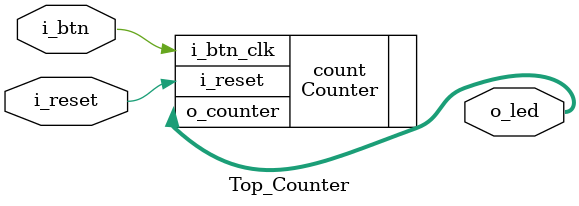
<source format=v>
`timescale 1ns / 1ps

module Top_Counter(
    input i_btn,
    input i_reset,
    output [2:0] o_led
    );

    Counter count(
        .i_btn_clk(i_btn),
        .i_reset(i_reset),
        .o_counter(o_led)
    );
    
endmodule

</source>
